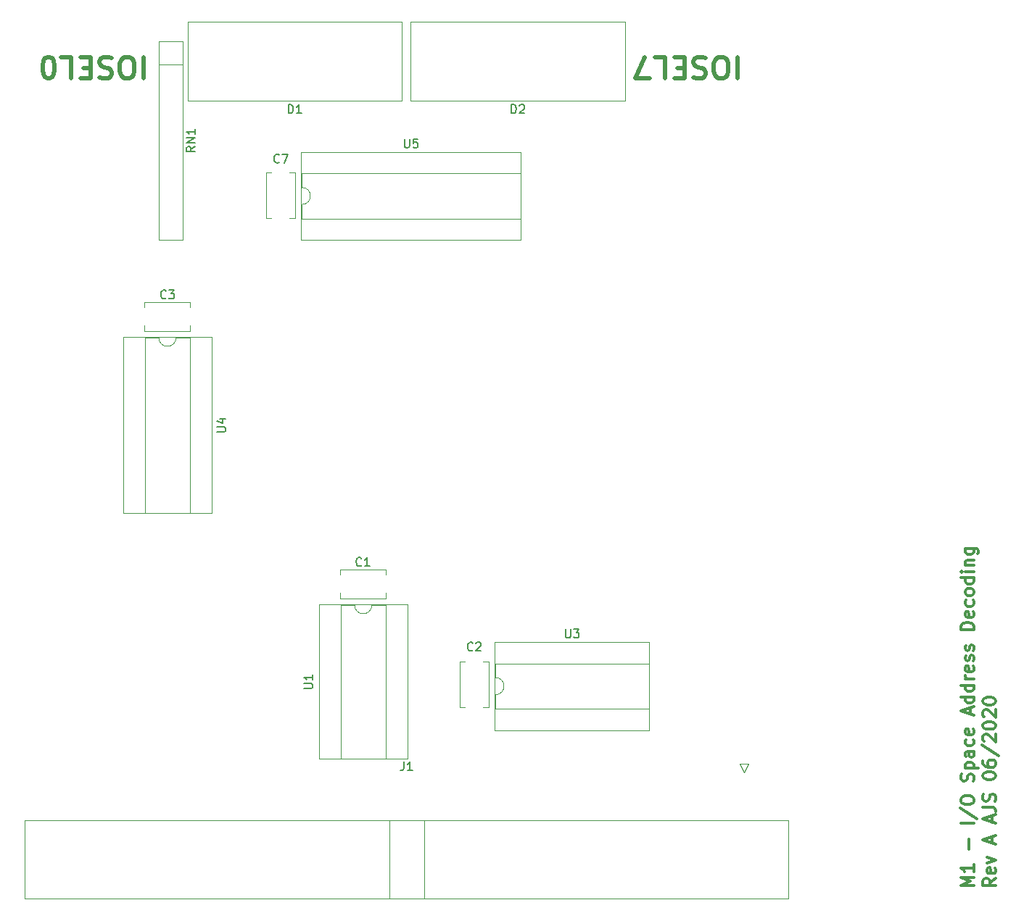
<source format=gto>
G04 #@! TF.GenerationSoftware,KiCad,Pcbnew,5.1.6-c6e7f7d~86~ubuntu18.04.1*
G04 #@! TF.CreationDate,2020-06-20T00:16:09+12:00*
G04 #@! TF.ProjectId,M1 Address Decoding,4d312041-6464-4726-9573-73204465636f,rev?*
G04 #@! TF.SameCoordinates,Original*
G04 #@! TF.FileFunction,Legend,Top*
G04 #@! TF.FilePolarity,Positive*
%FSLAX46Y46*%
G04 Gerber Fmt 4.6, Leading zero omitted, Abs format (unit mm)*
G04 Created by KiCad (PCBNEW 5.1.6-c6e7f7d~86~ubuntu18.04.1) date 2020-06-20 00:16:09*
%MOMM*%
%LPD*%
G01*
G04 APERTURE LIST*
%ADD10C,0.300000*%
%ADD11C,0.500000*%
%ADD12C,0.120000*%
%ADD13C,0.150000*%
G04 APERTURE END LIST*
D10*
X218732571Y-147402857D02*
X217232571Y-147402857D01*
X218304000Y-146902857D01*
X217232571Y-146402857D01*
X218732571Y-146402857D01*
X218732571Y-144902857D02*
X218732571Y-145760000D01*
X218732571Y-145331428D02*
X217232571Y-145331428D01*
X217446857Y-145474285D01*
X217589714Y-145617142D01*
X217661142Y-145760000D01*
X218161142Y-143117142D02*
X218161142Y-141974285D01*
X218732571Y-140117142D02*
X217232571Y-140117142D01*
X217161142Y-138331428D02*
X219089714Y-139617142D01*
X217232571Y-137545714D02*
X217232571Y-137260000D01*
X217304000Y-137117142D01*
X217446857Y-136974285D01*
X217732571Y-136902857D01*
X218232571Y-136902857D01*
X218518285Y-136974285D01*
X218661142Y-137117142D01*
X218732571Y-137260000D01*
X218732571Y-137545714D01*
X218661142Y-137688571D01*
X218518285Y-137831428D01*
X218232571Y-137902857D01*
X217732571Y-137902857D01*
X217446857Y-137831428D01*
X217304000Y-137688571D01*
X217232571Y-137545714D01*
X218661142Y-135188571D02*
X218732571Y-134974285D01*
X218732571Y-134617142D01*
X218661142Y-134474285D01*
X218589714Y-134402857D01*
X218446857Y-134331428D01*
X218304000Y-134331428D01*
X218161142Y-134402857D01*
X218089714Y-134474285D01*
X218018285Y-134617142D01*
X217946857Y-134902857D01*
X217875428Y-135045714D01*
X217804000Y-135117142D01*
X217661142Y-135188571D01*
X217518285Y-135188571D01*
X217375428Y-135117142D01*
X217304000Y-135045714D01*
X217232571Y-134902857D01*
X217232571Y-134545714D01*
X217304000Y-134331428D01*
X217732571Y-133688571D02*
X219232571Y-133688571D01*
X217804000Y-133688571D02*
X217732571Y-133545714D01*
X217732571Y-133260000D01*
X217804000Y-133117142D01*
X217875428Y-133045714D01*
X218018285Y-132974285D01*
X218446857Y-132974285D01*
X218589714Y-133045714D01*
X218661142Y-133117142D01*
X218732571Y-133260000D01*
X218732571Y-133545714D01*
X218661142Y-133688571D01*
X218732571Y-131688571D02*
X217946857Y-131688571D01*
X217804000Y-131760000D01*
X217732571Y-131902857D01*
X217732571Y-132188571D01*
X217804000Y-132331428D01*
X218661142Y-131688571D02*
X218732571Y-131831428D01*
X218732571Y-132188571D01*
X218661142Y-132331428D01*
X218518285Y-132402857D01*
X218375428Y-132402857D01*
X218232571Y-132331428D01*
X218161142Y-132188571D01*
X218161142Y-131831428D01*
X218089714Y-131688571D01*
X218661142Y-130331428D02*
X218732571Y-130474285D01*
X218732571Y-130760000D01*
X218661142Y-130902857D01*
X218589714Y-130974285D01*
X218446857Y-131045714D01*
X218018285Y-131045714D01*
X217875428Y-130974285D01*
X217804000Y-130902857D01*
X217732571Y-130760000D01*
X217732571Y-130474285D01*
X217804000Y-130331428D01*
X218661142Y-129117142D02*
X218732571Y-129260000D01*
X218732571Y-129545714D01*
X218661142Y-129688571D01*
X218518285Y-129760000D01*
X217946857Y-129760000D01*
X217804000Y-129688571D01*
X217732571Y-129545714D01*
X217732571Y-129260000D01*
X217804000Y-129117142D01*
X217946857Y-129045714D01*
X218089714Y-129045714D01*
X218232571Y-129760000D01*
X218304000Y-127331428D02*
X218304000Y-126617142D01*
X218732571Y-127474285D02*
X217232571Y-126974285D01*
X218732571Y-126474285D01*
X218732571Y-125331428D02*
X217232571Y-125331428D01*
X218661142Y-125331428D02*
X218732571Y-125474285D01*
X218732571Y-125760000D01*
X218661142Y-125902857D01*
X218589714Y-125974285D01*
X218446857Y-126045714D01*
X218018285Y-126045714D01*
X217875428Y-125974285D01*
X217804000Y-125902857D01*
X217732571Y-125760000D01*
X217732571Y-125474285D01*
X217804000Y-125331428D01*
X218732571Y-123974285D02*
X217232571Y-123974285D01*
X218661142Y-123974285D02*
X218732571Y-124117142D01*
X218732571Y-124402857D01*
X218661142Y-124545714D01*
X218589714Y-124617142D01*
X218446857Y-124688571D01*
X218018285Y-124688571D01*
X217875428Y-124617142D01*
X217804000Y-124545714D01*
X217732571Y-124402857D01*
X217732571Y-124117142D01*
X217804000Y-123974285D01*
X218732571Y-123260000D02*
X217732571Y-123260000D01*
X218018285Y-123260000D02*
X217875428Y-123188571D01*
X217804000Y-123117142D01*
X217732571Y-122974285D01*
X217732571Y-122831428D01*
X218661142Y-121760000D02*
X218732571Y-121902857D01*
X218732571Y-122188571D01*
X218661142Y-122331428D01*
X218518285Y-122402857D01*
X217946857Y-122402857D01*
X217804000Y-122331428D01*
X217732571Y-122188571D01*
X217732571Y-121902857D01*
X217804000Y-121760000D01*
X217946857Y-121688571D01*
X218089714Y-121688571D01*
X218232571Y-122402857D01*
X218661142Y-121117142D02*
X218732571Y-120974285D01*
X218732571Y-120688571D01*
X218661142Y-120545714D01*
X218518285Y-120474285D01*
X218446857Y-120474285D01*
X218304000Y-120545714D01*
X218232571Y-120688571D01*
X218232571Y-120902857D01*
X218161142Y-121045714D01*
X218018285Y-121117142D01*
X217946857Y-121117142D01*
X217804000Y-121045714D01*
X217732571Y-120902857D01*
X217732571Y-120688571D01*
X217804000Y-120545714D01*
X218661142Y-119902857D02*
X218732571Y-119760000D01*
X218732571Y-119474285D01*
X218661142Y-119331428D01*
X218518285Y-119260000D01*
X218446857Y-119260000D01*
X218304000Y-119331428D01*
X218232571Y-119474285D01*
X218232571Y-119688571D01*
X218161142Y-119831428D01*
X218018285Y-119902857D01*
X217946857Y-119902857D01*
X217804000Y-119831428D01*
X217732571Y-119688571D01*
X217732571Y-119474285D01*
X217804000Y-119331428D01*
X218732571Y-117474285D02*
X217232571Y-117474285D01*
X217232571Y-117117142D01*
X217304000Y-116902857D01*
X217446857Y-116760000D01*
X217589714Y-116688571D01*
X217875428Y-116617142D01*
X218089714Y-116617142D01*
X218375428Y-116688571D01*
X218518285Y-116760000D01*
X218661142Y-116902857D01*
X218732571Y-117117142D01*
X218732571Y-117474285D01*
X218661142Y-115402857D02*
X218732571Y-115545714D01*
X218732571Y-115831428D01*
X218661142Y-115974285D01*
X218518285Y-116045714D01*
X217946857Y-116045714D01*
X217804000Y-115974285D01*
X217732571Y-115831428D01*
X217732571Y-115545714D01*
X217804000Y-115402857D01*
X217946857Y-115331428D01*
X218089714Y-115331428D01*
X218232571Y-116045714D01*
X218661142Y-114045714D02*
X218732571Y-114188571D01*
X218732571Y-114474285D01*
X218661142Y-114617142D01*
X218589714Y-114688571D01*
X218446857Y-114760000D01*
X218018285Y-114760000D01*
X217875428Y-114688571D01*
X217804000Y-114617142D01*
X217732571Y-114474285D01*
X217732571Y-114188571D01*
X217804000Y-114045714D01*
X218732571Y-113188571D02*
X218661142Y-113331428D01*
X218589714Y-113402857D01*
X218446857Y-113474285D01*
X218018285Y-113474285D01*
X217875428Y-113402857D01*
X217804000Y-113331428D01*
X217732571Y-113188571D01*
X217732571Y-112974285D01*
X217804000Y-112831428D01*
X217875428Y-112760000D01*
X218018285Y-112688571D01*
X218446857Y-112688571D01*
X218589714Y-112760000D01*
X218661142Y-112831428D01*
X218732571Y-112974285D01*
X218732571Y-113188571D01*
X218732571Y-111402857D02*
X217232571Y-111402857D01*
X218661142Y-111402857D02*
X218732571Y-111545714D01*
X218732571Y-111831428D01*
X218661142Y-111974285D01*
X218589714Y-112045714D01*
X218446857Y-112117142D01*
X218018285Y-112117142D01*
X217875428Y-112045714D01*
X217804000Y-111974285D01*
X217732571Y-111831428D01*
X217732571Y-111545714D01*
X217804000Y-111402857D01*
X218732571Y-110688571D02*
X217732571Y-110688571D01*
X217232571Y-110688571D02*
X217304000Y-110760000D01*
X217375428Y-110688571D01*
X217304000Y-110617142D01*
X217232571Y-110688571D01*
X217375428Y-110688571D01*
X217732571Y-109974285D02*
X218732571Y-109974285D01*
X217875428Y-109974285D02*
X217804000Y-109902857D01*
X217732571Y-109760000D01*
X217732571Y-109545714D01*
X217804000Y-109402857D01*
X217946857Y-109331428D01*
X218732571Y-109331428D01*
X217732571Y-107974285D02*
X218946857Y-107974285D01*
X219089714Y-108045714D01*
X219161142Y-108117142D01*
X219232571Y-108260000D01*
X219232571Y-108474285D01*
X219161142Y-108617142D01*
X218661142Y-107974285D02*
X218732571Y-108117142D01*
X218732571Y-108402857D01*
X218661142Y-108545714D01*
X218589714Y-108617142D01*
X218446857Y-108688571D01*
X218018285Y-108688571D01*
X217875428Y-108617142D01*
X217804000Y-108545714D01*
X217732571Y-108402857D01*
X217732571Y-108117142D01*
X217804000Y-107974285D01*
X221282571Y-146545714D02*
X220568285Y-147045714D01*
X221282571Y-147402857D02*
X219782571Y-147402857D01*
X219782571Y-146831428D01*
X219854000Y-146688571D01*
X219925428Y-146617142D01*
X220068285Y-146545714D01*
X220282571Y-146545714D01*
X220425428Y-146617142D01*
X220496857Y-146688571D01*
X220568285Y-146831428D01*
X220568285Y-147402857D01*
X221211142Y-145331428D02*
X221282571Y-145474285D01*
X221282571Y-145760000D01*
X221211142Y-145902857D01*
X221068285Y-145974285D01*
X220496857Y-145974285D01*
X220354000Y-145902857D01*
X220282571Y-145760000D01*
X220282571Y-145474285D01*
X220354000Y-145331428D01*
X220496857Y-145260000D01*
X220639714Y-145260000D01*
X220782571Y-145974285D01*
X220282571Y-144760000D02*
X221282571Y-144402857D01*
X220282571Y-144045714D01*
X220854000Y-142402857D02*
X220854000Y-141688571D01*
X221282571Y-142545714D02*
X219782571Y-142045714D01*
X221282571Y-141545714D01*
X220854000Y-139974285D02*
X220854000Y-139260000D01*
X221282571Y-140117142D02*
X219782571Y-139617142D01*
X221282571Y-139117142D01*
X219782571Y-138188571D02*
X220854000Y-138188571D01*
X221068285Y-138260000D01*
X221211142Y-138402857D01*
X221282571Y-138617142D01*
X221282571Y-138760000D01*
X221211142Y-137545714D02*
X221282571Y-137331428D01*
X221282571Y-136974285D01*
X221211142Y-136831428D01*
X221139714Y-136760000D01*
X220996857Y-136688571D01*
X220854000Y-136688571D01*
X220711142Y-136760000D01*
X220639714Y-136831428D01*
X220568285Y-136974285D01*
X220496857Y-137260000D01*
X220425428Y-137402857D01*
X220354000Y-137474285D01*
X220211142Y-137545714D01*
X220068285Y-137545714D01*
X219925428Y-137474285D01*
X219854000Y-137402857D01*
X219782571Y-137260000D01*
X219782571Y-136902857D01*
X219854000Y-136688571D01*
X219782571Y-134617142D02*
X219782571Y-134474285D01*
X219854000Y-134331428D01*
X219925428Y-134260000D01*
X220068285Y-134188571D01*
X220354000Y-134117142D01*
X220711142Y-134117142D01*
X220996857Y-134188571D01*
X221139714Y-134260000D01*
X221211142Y-134331428D01*
X221282571Y-134474285D01*
X221282571Y-134617142D01*
X221211142Y-134760000D01*
X221139714Y-134831428D01*
X220996857Y-134902857D01*
X220711142Y-134974285D01*
X220354000Y-134974285D01*
X220068285Y-134902857D01*
X219925428Y-134831428D01*
X219854000Y-134760000D01*
X219782571Y-134617142D01*
X219782571Y-132831428D02*
X219782571Y-133117142D01*
X219854000Y-133260000D01*
X219925428Y-133331428D01*
X220139714Y-133474285D01*
X220425428Y-133545714D01*
X220996857Y-133545714D01*
X221139714Y-133474285D01*
X221211142Y-133402857D01*
X221282571Y-133260000D01*
X221282571Y-132974285D01*
X221211142Y-132831428D01*
X221139714Y-132760000D01*
X220996857Y-132688571D01*
X220639714Y-132688571D01*
X220496857Y-132760000D01*
X220425428Y-132831428D01*
X220354000Y-132974285D01*
X220354000Y-133260000D01*
X220425428Y-133402857D01*
X220496857Y-133474285D01*
X220639714Y-133545714D01*
X219711142Y-130974285D02*
X221639714Y-132260000D01*
X219925428Y-130545714D02*
X219854000Y-130474285D01*
X219782571Y-130331428D01*
X219782571Y-129974285D01*
X219854000Y-129831428D01*
X219925428Y-129760000D01*
X220068285Y-129688571D01*
X220211142Y-129688571D01*
X220425428Y-129760000D01*
X221282571Y-130617142D01*
X221282571Y-129688571D01*
X219782571Y-128760000D02*
X219782571Y-128617142D01*
X219854000Y-128474285D01*
X219925428Y-128402857D01*
X220068285Y-128331428D01*
X220354000Y-128260000D01*
X220711142Y-128260000D01*
X220996857Y-128331428D01*
X221139714Y-128402857D01*
X221211142Y-128474285D01*
X221282571Y-128617142D01*
X221282571Y-128760000D01*
X221211142Y-128902857D01*
X221139714Y-128974285D01*
X220996857Y-129045714D01*
X220711142Y-129117142D01*
X220354000Y-129117142D01*
X220068285Y-129045714D01*
X219925428Y-128974285D01*
X219854000Y-128902857D01*
X219782571Y-128760000D01*
X219925428Y-127688571D02*
X219854000Y-127617142D01*
X219782571Y-127474285D01*
X219782571Y-127117142D01*
X219854000Y-126974285D01*
X219925428Y-126902857D01*
X220068285Y-126831428D01*
X220211142Y-126831428D01*
X220425428Y-126902857D01*
X221282571Y-127760000D01*
X221282571Y-126831428D01*
X219782571Y-125902857D02*
X219782571Y-125760000D01*
X219854000Y-125617142D01*
X219925428Y-125545714D01*
X220068285Y-125474285D01*
X220354000Y-125402857D01*
X220711142Y-125402857D01*
X220996857Y-125474285D01*
X221139714Y-125545714D01*
X221211142Y-125617142D01*
X221282571Y-125760000D01*
X221282571Y-125902857D01*
X221211142Y-126045714D01*
X221139714Y-126117142D01*
X220996857Y-126188571D01*
X220711142Y-126260000D01*
X220354000Y-126260000D01*
X220068285Y-126188571D01*
X219925428Y-126117142D01*
X219854000Y-126045714D01*
X219782571Y-125902857D01*
D11*
X121784333Y-50558047D02*
X121784333Y-53058047D01*
X120117666Y-53058047D02*
X119641476Y-53058047D01*
X119403380Y-52939000D01*
X119165285Y-52700904D01*
X119046238Y-52224714D01*
X119046238Y-51391380D01*
X119165285Y-50915190D01*
X119403380Y-50677095D01*
X119641476Y-50558047D01*
X120117666Y-50558047D01*
X120355761Y-50677095D01*
X120593857Y-50915190D01*
X120712904Y-51391380D01*
X120712904Y-52224714D01*
X120593857Y-52700904D01*
X120355761Y-52939000D01*
X120117666Y-53058047D01*
X118093857Y-50677095D02*
X117736714Y-50558047D01*
X117141476Y-50558047D01*
X116903380Y-50677095D01*
X116784333Y-50796142D01*
X116665285Y-51034238D01*
X116665285Y-51272333D01*
X116784333Y-51510428D01*
X116903380Y-51629476D01*
X117141476Y-51748523D01*
X117617666Y-51867571D01*
X117855761Y-51986619D01*
X117974809Y-52105666D01*
X118093857Y-52343761D01*
X118093857Y-52581857D01*
X117974809Y-52819952D01*
X117855761Y-52939000D01*
X117617666Y-53058047D01*
X117022428Y-53058047D01*
X116665285Y-52939000D01*
X115593857Y-51867571D02*
X114760523Y-51867571D01*
X114403380Y-50558047D02*
X115593857Y-50558047D01*
X115593857Y-53058047D01*
X114403380Y-53058047D01*
X112141476Y-50558047D02*
X113331952Y-50558047D01*
X113331952Y-53058047D01*
X110831952Y-53058047D02*
X110593857Y-53058047D01*
X110355761Y-52939000D01*
X110236714Y-52819952D01*
X110117666Y-52581857D01*
X109998619Y-52105666D01*
X109998619Y-51510428D01*
X110117666Y-51034238D01*
X110236714Y-50796142D01*
X110355761Y-50677095D01*
X110593857Y-50558047D01*
X110831952Y-50558047D01*
X111070047Y-50677095D01*
X111189095Y-50796142D01*
X111308142Y-51034238D01*
X111427190Y-51510428D01*
X111427190Y-52105666D01*
X111308142Y-52581857D01*
X111189095Y-52819952D01*
X111070047Y-52939000D01*
X110831952Y-53058047D01*
X191126333Y-50558047D02*
X191126333Y-53058047D01*
X189459666Y-53058047D02*
X188983476Y-53058047D01*
X188745380Y-52939000D01*
X188507285Y-52700904D01*
X188388238Y-52224714D01*
X188388238Y-51391380D01*
X188507285Y-50915190D01*
X188745380Y-50677095D01*
X188983476Y-50558047D01*
X189459666Y-50558047D01*
X189697761Y-50677095D01*
X189935857Y-50915190D01*
X190054904Y-51391380D01*
X190054904Y-52224714D01*
X189935857Y-52700904D01*
X189697761Y-52939000D01*
X189459666Y-53058047D01*
X187435857Y-50677095D02*
X187078714Y-50558047D01*
X186483476Y-50558047D01*
X186245380Y-50677095D01*
X186126333Y-50796142D01*
X186007285Y-51034238D01*
X186007285Y-51272333D01*
X186126333Y-51510428D01*
X186245380Y-51629476D01*
X186483476Y-51748523D01*
X186959666Y-51867571D01*
X187197761Y-51986619D01*
X187316809Y-52105666D01*
X187435857Y-52343761D01*
X187435857Y-52581857D01*
X187316809Y-52819952D01*
X187197761Y-52939000D01*
X186959666Y-53058047D01*
X186364428Y-53058047D01*
X186007285Y-52939000D01*
X184935857Y-51867571D02*
X184102523Y-51867571D01*
X183745380Y-50558047D02*
X184935857Y-50558047D01*
X184935857Y-53058047D01*
X183745380Y-53058047D01*
X181483476Y-50558047D02*
X182673952Y-50558047D01*
X182673952Y-53058047D01*
X180888238Y-53058047D02*
X179221571Y-53058047D01*
X180293000Y-50558047D01*
D12*
G04 #@! TO.C,C7*
X136074000Y-69385000D02*
X136074000Y-64045000D01*
X139516000Y-69385000D02*
X139516000Y-64045000D01*
X136074000Y-69385000D02*
X136740000Y-69385000D01*
X138850000Y-69385000D02*
X139516000Y-69385000D01*
X136074000Y-64045000D02*
X136740000Y-64045000D01*
X138850000Y-64045000D02*
X139516000Y-64045000D01*
G04 #@! TO.C,J1*
X191397000Y-133159000D02*
X191897000Y-134159000D01*
X192397000Y-133159000D02*
X191397000Y-133159000D01*
X191897000Y-134159000D02*
X192397000Y-133159000D01*
X107947000Y-139779000D02*
X197107000Y-139779000D01*
X107947000Y-148899000D02*
X107947000Y-139779000D01*
X197107000Y-148899000D02*
X107947000Y-148899000D01*
X197107000Y-139779000D02*
X197107000Y-148899000D01*
X150477000Y-139779000D02*
X150477000Y-148899000D01*
X154577000Y-139779000D02*
X154577000Y-148899000D01*
G04 #@! TO.C,RN1*
X126368000Y-51435000D02*
X123568000Y-51435000D01*
X126368000Y-71925000D02*
X126368000Y-48725000D01*
X123568000Y-71925000D02*
X126368000Y-71925000D01*
X123568000Y-48725000D02*
X123568000Y-71925000D01*
X126368000Y-48725000D02*
X123568000Y-48725000D01*
G04 #@! TO.C,D1*
X126946000Y-46489000D02*
X126946000Y-55689000D01*
X126946000Y-55689000D02*
X151946000Y-55689000D01*
X151946000Y-55689000D02*
X151946000Y-46489000D01*
X151946000Y-46489000D02*
X126946000Y-46489000D01*
G04 #@! TO.C,D2*
X177981000Y-46489000D02*
X152981000Y-46489000D01*
X177981000Y-55689000D02*
X177981000Y-46489000D01*
X152981000Y-55689000D02*
X177981000Y-55689000D01*
X152981000Y-46489000D02*
X152981000Y-55689000D01*
G04 #@! TO.C,C1*
X150077000Y-113196000D02*
X150077000Y-113862000D01*
X150077000Y-110420000D02*
X150077000Y-111086000D01*
X144737000Y-113196000D02*
X144737000Y-113862000D01*
X144737000Y-110420000D02*
X144737000Y-111086000D01*
X144737000Y-113862000D02*
X150077000Y-113862000D01*
X144737000Y-110420000D02*
X150077000Y-110420000D01*
G04 #@! TO.C,C2*
X161456000Y-121195000D02*
X162122000Y-121195000D01*
X158680000Y-121195000D02*
X159346000Y-121195000D01*
X161456000Y-126535000D02*
X162122000Y-126535000D01*
X158680000Y-126535000D02*
X159346000Y-126535000D01*
X162122000Y-126535000D02*
X162122000Y-121195000D01*
X158680000Y-126535000D02*
X158680000Y-121195000D01*
G04 #@! TO.C,C3*
X121877000Y-79178000D02*
X127217000Y-79178000D01*
X121877000Y-82620000D02*
X127217000Y-82620000D01*
X121877000Y-79178000D02*
X121877000Y-79844000D01*
X121877000Y-81954000D02*
X121877000Y-82620000D01*
X127217000Y-79178000D02*
X127217000Y-79844000D01*
X127217000Y-81954000D02*
X127217000Y-82620000D01*
G04 #@! TO.C,U3*
X162821000Y-118939000D02*
X162821000Y-129219000D01*
X180841000Y-118939000D02*
X162821000Y-118939000D01*
X180841000Y-129219000D02*
X180841000Y-118939000D01*
X162821000Y-129219000D02*
X180841000Y-129219000D01*
X162881000Y-121429000D02*
X162881000Y-123079000D01*
X180781000Y-121429000D02*
X162881000Y-121429000D01*
X180781000Y-126729000D02*
X180781000Y-121429000D01*
X162881000Y-126729000D02*
X180781000Y-126729000D01*
X162881000Y-125079000D02*
X162881000Y-126729000D01*
X162881000Y-123079000D02*
G75*
G02*
X162881000Y-125079000I0J-1000000D01*
G01*
G04 #@! TO.C,U4*
X129727000Y-83319000D02*
X119447000Y-83319000D01*
X129727000Y-103879000D02*
X129727000Y-83319000D01*
X119447000Y-103879000D02*
X129727000Y-103879000D01*
X119447000Y-83319000D02*
X119447000Y-103879000D01*
X127237000Y-83379000D02*
X125587000Y-83379000D01*
X127237000Y-103819000D02*
X127237000Y-83379000D01*
X121937000Y-103819000D02*
X127237000Y-103819000D01*
X121937000Y-83379000D02*
X121937000Y-103819000D01*
X123587000Y-83379000D02*
X121937000Y-83379000D01*
X125587000Y-83379000D02*
G75*
G02*
X123587000Y-83379000I-1000000J0D01*
G01*
G04 #@! TO.C,U5*
X140215000Y-61662000D02*
X140215000Y-71942000D01*
X165855000Y-61662000D02*
X140215000Y-61662000D01*
X165855000Y-71942000D02*
X165855000Y-61662000D01*
X140215000Y-71942000D02*
X165855000Y-71942000D01*
X140275000Y-64152000D02*
X140275000Y-65802000D01*
X165795000Y-64152000D02*
X140275000Y-64152000D01*
X165795000Y-69452000D02*
X165795000Y-64152000D01*
X140275000Y-69452000D02*
X165795000Y-69452000D01*
X140275000Y-67802000D02*
X140275000Y-69452000D01*
X140275000Y-65802000D02*
G75*
G02*
X140275000Y-67802000I0J-1000000D01*
G01*
G04 #@! TO.C,U1*
X146447000Y-114621000D02*
X144797000Y-114621000D01*
X144797000Y-114621000D02*
X144797000Y-132521000D01*
X144797000Y-132521000D02*
X150097000Y-132521000D01*
X150097000Y-132521000D02*
X150097000Y-114621000D01*
X150097000Y-114621000D02*
X148447000Y-114621000D01*
X142307000Y-114561000D02*
X142307000Y-132581000D01*
X142307000Y-132581000D02*
X152587000Y-132581000D01*
X152587000Y-132581000D02*
X152587000Y-114561000D01*
X152587000Y-114561000D02*
X142307000Y-114561000D01*
X148447000Y-114621000D02*
G75*
G02*
X146447000Y-114621000I-1000000J0D01*
G01*
G04 #@! TO.C,C7*
D13*
X137628333Y-62841142D02*
X137580714Y-62888761D01*
X137437857Y-62936380D01*
X137342619Y-62936380D01*
X137199761Y-62888761D01*
X137104523Y-62793523D01*
X137056904Y-62698285D01*
X137009285Y-62507809D01*
X137009285Y-62364952D01*
X137056904Y-62174476D01*
X137104523Y-62079238D01*
X137199761Y-61984000D01*
X137342619Y-61936380D01*
X137437857Y-61936380D01*
X137580714Y-61984000D01*
X137628333Y-62031619D01*
X137961666Y-61936380D02*
X138628333Y-61936380D01*
X138199761Y-62936380D01*
G04 #@! TO.C,J1*
X152193666Y-132929380D02*
X152193666Y-133643666D01*
X152146047Y-133786523D01*
X152050809Y-133881761D01*
X151907952Y-133929380D01*
X151812714Y-133929380D01*
X153193666Y-133929380D02*
X152622238Y-133929380D01*
X152907952Y-133929380D02*
X152907952Y-132929380D01*
X152812714Y-133072238D01*
X152717476Y-133167476D01*
X152622238Y-133215095D01*
G04 #@! TO.C,RN1*
X127820380Y-61015476D02*
X127344190Y-61348809D01*
X127820380Y-61586904D02*
X126820380Y-61586904D01*
X126820380Y-61205952D01*
X126868000Y-61110714D01*
X126915619Y-61063095D01*
X127010857Y-61015476D01*
X127153714Y-61015476D01*
X127248952Y-61063095D01*
X127296571Y-61110714D01*
X127344190Y-61205952D01*
X127344190Y-61586904D01*
X127820380Y-60586904D02*
X126820380Y-60586904D01*
X127820380Y-60015476D01*
X126820380Y-60015476D01*
X127820380Y-59015476D02*
X127820380Y-59586904D01*
X127820380Y-59301190D02*
X126820380Y-59301190D01*
X126963238Y-59396428D01*
X127058476Y-59491666D01*
X127106095Y-59586904D01*
G04 #@! TO.C,D1*
X138707904Y-57141380D02*
X138707904Y-56141380D01*
X138946000Y-56141380D01*
X139088857Y-56189000D01*
X139184095Y-56284238D01*
X139231714Y-56379476D01*
X139279333Y-56569952D01*
X139279333Y-56712809D01*
X139231714Y-56903285D01*
X139184095Y-56998523D01*
X139088857Y-57093761D01*
X138946000Y-57141380D01*
X138707904Y-57141380D01*
X140231714Y-57141380D02*
X139660285Y-57141380D01*
X139946000Y-57141380D02*
X139946000Y-56141380D01*
X139850761Y-56284238D01*
X139755523Y-56379476D01*
X139660285Y-56427095D01*
G04 #@! TO.C,D2*
X164742904Y-57141380D02*
X164742904Y-56141380D01*
X164981000Y-56141380D01*
X165123857Y-56189000D01*
X165219095Y-56284238D01*
X165266714Y-56379476D01*
X165314333Y-56569952D01*
X165314333Y-56712809D01*
X165266714Y-56903285D01*
X165219095Y-56998523D01*
X165123857Y-57093761D01*
X164981000Y-57141380D01*
X164742904Y-57141380D01*
X165695285Y-56236619D02*
X165742904Y-56189000D01*
X165838142Y-56141380D01*
X166076238Y-56141380D01*
X166171476Y-56189000D01*
X166219095Y-56236619D01*
X166266714Y-56331857D01*
X166266714Y-56427095D01*
X166219095Y-56569952D01*
X165647666Y-57141380D01*
X166266714Y-57141380D01*
G04 #@! TO.C,C1*
X147240333Y-109958142D02*
X147192714Y-110005761D01*
X147049857Y-110053380D01*
X146954619Y-110053380D01*
X146811761Y-110005761D01*
X146716523Y-109910523D01*
X146668904Y-109815285D01*
X146621285Y-109624809D01*
X146621285Y-109481952D01*
X146668904Y-109291476D01*
X146716523Y-109196238D01*
X146811761Y-109101000D01*
X146954619Y-109053380D01*
X147049857Y-109053380D01*
X147192714Y-109101000D01*
X147240333Y-109148619D01*
X148192714Y-110053380D02*
X147621285Y-110053380D01*
X147907000Y-110053380D02*
X147907000Y-109053380D01*
X147811761Y-109196238D01*
X147716523Y-109291476D01*
X147621285Y-109339095D01*
G04 #@! TO.C,C2*
X160234333Y-119864142D02*
X160186714Y-119911761D01*
X160043857Y-119959380D01*
X159948619Y-119959380D01*
X159805761Y-119911761D01*
X159710523Y-119816523D01*
X159662904Y-119721285D01*
X159615285Y-119530809D01*
X159615285Y-119387952D01*
X159662904Y-119197476D01*
X159710523Y-119102238D01*
X159805761Y-119007000D01*
X159948619Y-118959380D01*
X160043857Y-118959380D01*
X160186714Y-119007000D01*
X160234333Y-119054619D01*
X160615285Y-119054619D02*
X160662904Y-119007000D01*
X160758142Y-118959380D01*
X160996238Y-118959380D01*
X161091476Y-119007000D01*
X161139095Y-119054619D01*
X161186714Y-119149857D01*
X161186714Y-119245095D01*
X161139095Y-119387952D01*
X160567666Y-119959380D01*
X161186714Y-119959380D01*
G04 #@! TO.C,C3*
X124420333Y-78716142D02*
X124372714Y-78763761D01*
X124229857Y-78811380D01*
X124134619Y-78811380D01*
X123991761Y-78763761D01*
X123896523Y-78668523D01*
X123848904Y-78573285D01*
X123801285Y-78382809D01*
X123801285Y-78239952D01*
X123848904Y-78049476D01*
X123896523Y-77954238D01*
X123991761Y-77859000D01*
X124134619Y-77811380D01*
X124229857Y-77811380D01*
X124372714Y-77859000D01*
X124420333Y-77906619D01*
X124753666Y-77811380D02*
X125372714Y-77811380D01*
X125039380Y-78192333D01*
X125182238Y-78192333D01*
X125277476Y-78239952D01*
X125325095Y-78287571D01*
X125372714Y-78382809D01*
X125372714Y-78620904D01*
X125325095Y-78716142D01*
X125277476Y-78763761D01*
X125182238Y-78811380D01*
X124896523Y-78811380D01*
X124801285Y-78763761D01*
X124753666Y-78716142D01*
G04 #@! TO.C,U3*
X171069095Y-117435380D02*
X171069095Y-118244904D01*
X171116714Y-118340142D01*
X171164333Y-118387761D01*
X171259571Y-118435380D01*
X171450047Y-118435380D01*
X171545285Y-118387761D01*
X171592904Y-118340142D01*
X171640523Y-118244904D01*
X171640523Y-117435380D01*
X172021476Y-117435380D02*
X172640523Y-117435380D01*
X172307190Y-117816333D01*
X172450047Y-117816333D01*
X172545285Y-117863952D01*
X172592904Y-117911571D01*
X172640523Y-118006809D01*
X172640523Y-118244904D01*
X172592904Y-118340142D01*
X172545285Y-118387761D01*
X172450047Y-118435380D01*
X172164333Y-118435380D01*
X172069095Y-118387761D01*
X172021476Y-118340142D01*
G04 #@! TO.C,U4*
X130389380Y-94360904D02*
X131198904Y-94360904D01*
X131294142Y-94313285D01*
X131341761Y-94265666D01*
X131389380Y-94170428D01*
X131389380Y-93979952D01*
X131341761Y-93884714D01*
X131294142Y-93837095D01*
X131198904Y-93789476D01*
X130389380Y-93789476D01*
X130722714Y-92884714D02*
X131389380Y-92884714D01*
X130341761Y-93122809D02*
X131056047Y-93360904D01*
X131056047Y-92741857D01*
G04 #@! TO.C,U5*
X152273095Y-60158380D02*
X152273095Y-60967904D01*
X152320714Y-61063142D01*
X152368333Y-61110761D01*
X152463571Y-61158380D01*
X152654047Y-61158380D01*
X152749285Y-61110761D01*
X152796904Y-61063142D01*
X152844523Y-60967904D01*
X152844523Y-60158380D01*
X153796904Y-60158380D02*
X153320714Y-60158380D01*
X153273095Y-60634571D01*
X153320714Y-60586952D01*
X153415952Y-60539333D01*
X153654047Y-60539333D01*
X153749285Y-60586952D01*
X153796904Y-60634571D01*
X153844523Y-60729809D01*
X153844523Y-60967904D01*
X153796904Y-61063142D01*
X153749285Y-61110761D01*
X153654047Y-61158380D01*
X153415952Y-61158380D01*
X153320714Y-61110761D01*
X153273095Y-61063142D01*
G04 #@! TO.C,U1*
X140549380Y-124332904D02*
X141358904Y-124332904D01*
X141454142Y-124285285D01*
X141501761Y-124237666D01*
X141549380Y-124142428D01*
X141549380Y-123951952D01*
X141501761Y-123856714D01*
X141454142Y-123809095D01*
X141358904Y-123761476D01*
X140549380Y-123761476D01*
X141549380Y-122761476D02*
X141549380Y-123332904D01*
X141549380Y-123047190D02*
X140549380Y-123047190D01*
X140692238Y-123142428D01*
X140787476Y-123237666D01*
X140835095Y-123332904D01*
G04 #@! TD*
M02*

</source>
